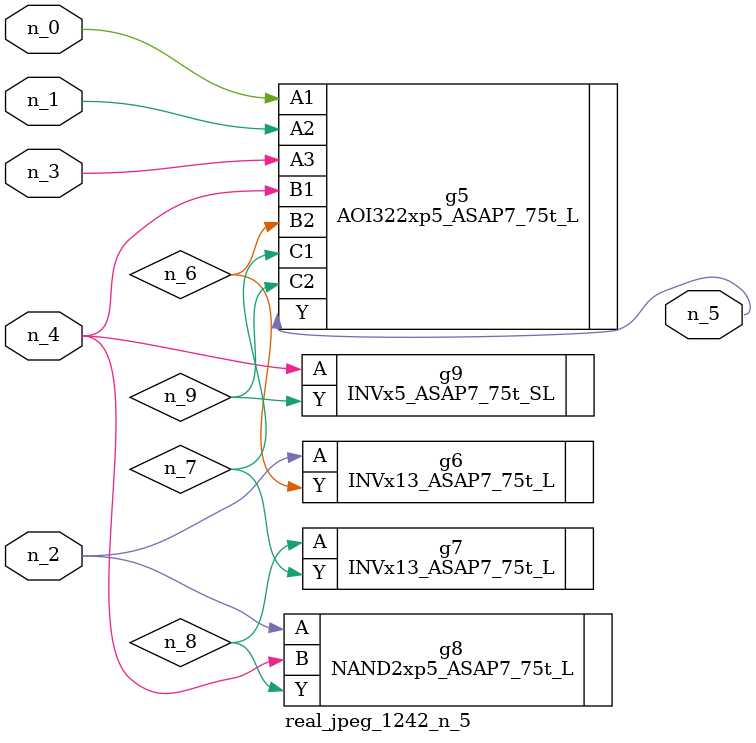
<source format=v>
module real_jpeg_1242_n_5 (n_4, n_0, n_1, n_2, n_3, n_5);

input n_4;
input n_0;
input n_1;
input n_2;
input n_3;

output n_5;

wire n_8;
wire n_6;
wire n_7;
wire n_9;

AOI322xp5_ASAP7_75t_L g5 ( 
.A1(n_0),
.A2(n_1),
.A3(n_3),
.B1(n_4),
.B2(n_6),
.C1(n_7),
.C2(n_9),
.Y(n_5)
);

INVx13_ASAP7_75t_L g6 ( 
.A(n_2),
.Y(n_6)
);

NAND2xp5_ASAP7_75t_L g8 ( 
.A(n_2),
.B(n_4),
.Y(n_8)
);

INVx5_ASAP7_75t_SL g9 ( 
.A(n_4),
.Y(n_9)
);

INVx13_ASAP7_75t_L g7 ( 
.A(n_8),
.Y(n_7)
);


endmodule
</source>
